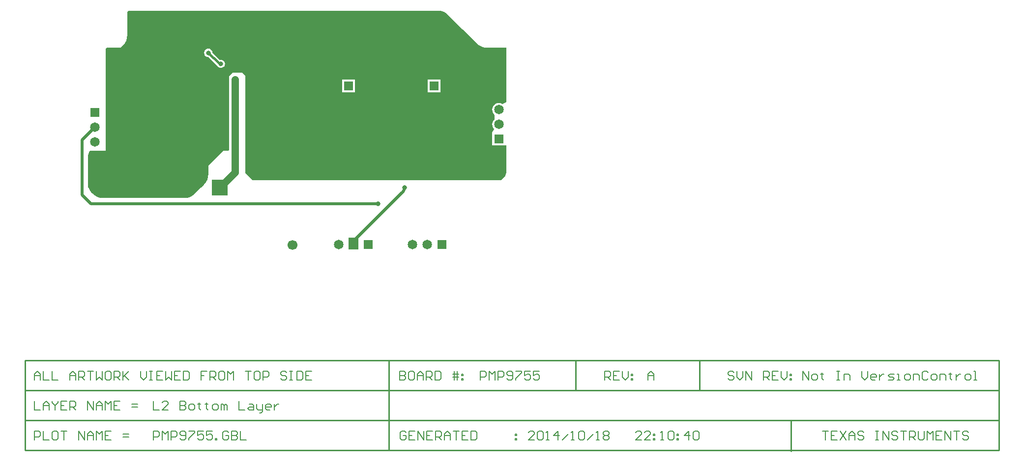
<source format=gbl>
%FSAX25Y25*%
%MOIN*%
G70*
G01*
G75*
G04 Layer_Physical_Order=2*
G04 Layer_Color=16711680*
%ADD10C,0.03000*%
%ADD11C,0.01500*%
%ADD12C,0.01400*%
%ADD13R,0.02362X0.01969*%
%ADD14R,0.03740X0.03937*%
%ADD15R,0.08858X0.07677*%
%ADD16R,0.11417X0.21260*%
%ADD17R,0.03602X0.04803*%
%ADD18R,0.03937X0.03740*%
%ADD19R,0.10512X0.10000*%
%ADD20R,0.03000X0.05000*%
%ADD21R,0.08000X0.14000*%
%ADD22R,0.05000X0.01500*%
%ADD23R,0.05118X0.13386*%
%ADD24R,0.02362X0.05906*%
%ADD25C,0.01000*%
%ADD26C,0.02000*%
%ADD27C,0.10000*%
%ADD28C,0.00800*%
%ADD29R,0.07000X0.06500*%
%ADD30R,0.08500X0.03500*%
%ADD31R,0.15500X0.02676*%
%ADD32R,0.07500X0.03500*%
%ADD33R,0.14500X0.18000*%
%ADD34R,0.11500X0.04500*%
%ADD35R,0.02500X0.06500*%
%ADD36R,0.08500X0.12500*%
%ADD37R,0.10000X0.12000*%
%ADD38R,0.10000X0.10000*%
%ADD39R,0.05498X0.06227*%
%ADD40R,0.14500X0.07000*%
%ADD41R,0.16000X0.12000*%
%ADD42R,0.08000X0.07000*%
%ADD43R,0.11000X0.02500*%
%ADD44R,0.11012X0.05619*%
%ADD45R,0.09000X0.09000*%
%ADD46R,0.23000X0.16000*%
%ADD47R,0.20000X0.15000*%
%ADD48R,0.14720X0.04998*%
%ADD49R,0.04720X0.04845*%
%ADD50R,0.22000X0.06000*%
%ADD51R,0.12000X0.05000*%
%ADD52R,0.09000X0.06000*%
%ADD53R,0.05000X0.04000*%
%ADD54R,0.04000X0.05000*%
%ADD55R,0.08000X0.06000*%
%ADD56R,0.05000X0.05850*%
%ADD57R,0.06000X0.06000*%
%ADD58R,0.11500X0.05000*%
%ADD59R,0.06000X0.04998*%
%ADD60R,0.04998X0.05000*%
%ADD61R,1.25500X0.05000*%
%ADD62R,0.57000X0.12000*%
%ADD63R,0.24500X0.17500*%
%ADD64R,0.21227X0.14000*%
%ADD65R,1.34000X0.16000*%
%ADD66R,0.24500X0.04000*%
%ADD67R,0.18000X0.04500*%
%ADD68R,0.72000X0.39000*%
%ADD69R,0.06500X0.08500*%
%ADD70R,0.11024X0.11024*%
%ADD71C,0.11024*%
%ADD72R,0.06496X0.06496*%
%ADD73C,0.06496*%
%ADD74C,0.06299*%
%ADD75R,0.06299X0.06299*%
%ADD76C,0.06693*%
%ADD77R,0.06496X0.06496*%
%ADD78C,0.04000*%
%ADD79C,0.03200*%
%ADD80C,0.05000*%
%ADD81R,0.07000X0.08000*%
%ADD82R,0.10404X0.02104*%
G36*
X0322018Y0338255D02*
X0323903Y0337684D01*
X0325641Y0336755D01*
X0327126Y0335536D01*
X0327129Y0335471D01*
Y0335471D01*
X0336700Y0325900D01*
X0346237Y0316295D01*
X0347760Y0315045D01*
X0349497Y0314117D01*
X0351382Y0313545D01*
X0353342Y0313352D01*
Y0313400D01*
X0366200D01*
X0366213Y0276551D01*
X0363523Y0275224D01*
X0363443Y0275285D01*
X0362361Y0275733D01*
X0361200Y0275886D01*
X0360039Y0275733D01*
X0358957Y0275285D01*
X0358028Y0274572D01*
X0357315Y0273643D01*
X0356867Y0272561D01*
X0356714Y0271400D01*
X0356867Y0270239D01*
X0357315Y0269157D01*
X0358028Y0268228D01*
X0358455Y0267900D01*
Y0264900D01*
X0358028Y0264572D01*
X0357315Y0263643D01*
X0356867Y0262561D01*
X0356714Y0261400D01*
X0356867Y0260239D01*
X0357315Y0259157D01*
X0358028Y0258228D01*
X0358028D01*
X0358028Y0258228D01*
X0356752Y0255848D01*
X0356752Y0255848D01*
D01*
D01*
D01*
X0356752Y0255728D01*
X0356752Y0255728D01*
X0356752Y0255728D01*
Y0246952D01*
X0364103D01*
X0364103Y0246952D01*
X0364103Y0246952D01*
X0365648Y0246952D01*
X0365656D01*
X0366224D01*
X0366231Y0228400D01*
X0366107Y0227455D01*
X0365742Y0226574D01*
X0365180Y0225842D01*
X0365139Y0225839D01*
X0365139D01*
X0362700Y0223400D01*
X0194200D01*
X0189200Y0228400D01*
Y0295400D01*
X0186200Y0298400D01*
X0181750Y0298425D01*
X0180721Y0297379D01*
X0180700Y0297363D01*
Y0296400D01*
X0178570Y0294270D01*
X0178537D01*
X0178537D01*
X0178270Y0293871D01*
X0178176Y0293400D01*
X0178200Y0244107D01*
X0177493Y0243400D01*
X0174200D01*
X0165261Y0234461D01*
X0165239Y0234483D01*
X0164658Y0233726D01*
X0164293Y0232845D01*
X0164169Y0231900D01*
X0164200Y0227542D01*
X0164200Y0227542D01*
X0164200D01*
X0164244Y0227494D01*
X0164055Y0225582D01*
X0163484Y0223697D01*
X0162555Y0221959D01*
X0161305Y0220437D01*
X0159200Y0218400D01*
X0155129Y0214329D01*
Y0214329D01*
X0155126Y0214264D01*
X0153640Y0213045D01*
X0151903Y0212117D01*
X0150018Y0211545D01*
X0148058Y0211352D01*
X0094200Y0211400D01*
X0092842D01*
Y0211400D01*
X0092794Y0211356D01*
X0090882Y0211545D01*
X0088997Y0212117D01*
X0087260Y0213045D01*
X0085737Y0214295D01*
X0084700Y0215400D01*
X0084700D01*
X0084656Y0215402D01*
X0083823Y0216416D01*
X0083189Y0217603D01*
X0082799Y0218890D01*
X0082667Y0220228D01*
X0082700Y0239900D01*
X0082700D01*
X0082664Y0239941D01*
X0082824Y0241160D01*
X0083311Y0242335D01*
X0084085Y0243344D01*
X0084200Y0243400D01*
X0094700D01*
Y0245400D01*
Y0312193D01*
X0094733D01*
X0094643Y0312647D01*
X0095280Y0313418D01*
X0098700Y0313400D01*
X0104700D01*
X0106271Y0314971D01*
X0106305Y0314937D01*
X0107555Y0316459D01*
X0108484Y0318197D01*
X0109055Y0320082D01*
X0109248Y0322042D01*
X0109202Y0337692D01*
X0109908Y0338400D01*
X0174200D01*
X0320058Y0338448D01*
X0322018Y0338255D01*
D02*
G37*
%LPC*%
G36*
X0263550Y0291907D02*
X0254850D01*
Y0283208D01*
X0263550D01*
Y0291907D01*
D02*
G37*
G36*
X0321550D02*
X0312850D01*
Y0283208D01*
X0321550D01*
Y0291907D01*
D02*
G37*
G36*
X0164200Y0312724D02*
X0163469Y0312628D01*
X0162788Y0312346D01*
X0162203Y0311897D01*
X0161754Y0311312D01*
X0161472Y0310631D01*
X0161376Y0309900D01*
X0161472Y0309169D01*
X0161754Y0308488D01*
X0162203Y0307903D01*
X0162788Y0307454D01*
X0163469Y0307172D01*
X0164200Y0307076D01*
X0164211Y0307077D01*
X0169744Y0301544D01*
X0170131Y0301286D01*
X0170254Y0300988D01*
X0170703Y0300403D01*
X0171288Y0299954D01*
X0171969Y0299672D01*
X0172700Y0299576D01*
X0173431Y0299672D01*
X0174112Y0299954D01*
X0174697Y0300403D01*
X0175146Y0300988D01*
X0175428Y0301669D01*
X0175524Y0302400D01*
X0175428Y0303131D01*
X0175146Y0303812D01*
X0174697Y0304397D01*
X0174112Y0304846D01*
X0173431Y0305128D01*
X0173431D01*
D01*
X0172700Y0305224D01*
X0171969Y0305128D01*
X0171838Y0305074D01*
X0167023Y0309889D01*
X0167024Y0309900D01*
X0166928Y0310631D01*
X0166646Y0311312D01*
X0166197Y0311897D01*
X0165612Y0312346D01*
X0164931Y0312628D01*
X0164200Y0312724D01*
D02*
G37*
%LPD*%
G54D11*
Y0309900D02*
X0171150Y0302950D01*
X0172700D01*
G54D25*
X0183700Y0300900D02*
X0193700Y0290900D01*
X0116200Y0302400D02*
X0152200D01*
X0162700Y0291900D01*
X0193700Y0265900D02*
X0200200Y0259400D01*
X0193700Y0265900D02*
Y0290900D01*
X0131515Y0219400D02*
X0132515Y0218400D01*
X0559400Y0039400D02*
Y0059683D01*
X0440500Y0040050D02*
X0700200D01*
Y0101050D01*
X0286500Y0040050D02*
Y0101050D01*
X0040000Y0040050D02*
Y0101050D01*
X0040050Y0040050D02*
X0197600D01*
X0040050D02*
Y0101050D01*
Y0101050D02*
X0700200D01*
X0040000Y0040050D02*
X0440500D01*
X0040000Y0060383D02*
X0700000D01*
X0040000Y0080717D02*
X0700200D01*
X0413200D02*
Y0101050D01*
X0497200Y0080717D02*
Y0101050D01*
G54D26*
X0295786Y0214986D02*
G03*
X0297200Y0218400I-0003414J0003414D01*
G01*
X0264114Y0183314D02*
G03*
X0262700Y0179900I0003414J-0003414D01*
G01*
X0264114Y0183314D02*
X0295786Y0214986D01*
X0084700Y0207400D02*
X0279200D01*
X0078700Y0213400D02*
X0084700Y0207400D01*
X0078700Y0250900D02*
X0087200Y0259400D01*
X0078700Y0213400D02*
Y0250900D01*
X0301700Y0178900D02*
X0302700Y0179900D01*
G54D28*
X0126900Y0073549D02*
Y0067551D01*
X0130899D01*
X0136897D02*
X0132898D01*
X0136897Y0071549D01*
Y0072549D01*
X0135897Y0073549D01*
X0133898D01*
X0132898Y0072549D01*
X0144894Y0073549D02*
Y0067551D01*
X0147893D01*
X0148893Y0068550D01*
Y0069550D01*
X0147893Y0070550D01*
X0144894D01*
X0147893D01*
X0148893Y0071549D01*
Y0072549D01*
X0147893Y0073549D01*
X0144894D01*
X0151892Y0067551D02*
X0153891D01*
X0154891Y0068550D01*
Y0070550D01*
X0153891Y0071549D01*
X0151892D01*
X0150892Y0070550D01*
Y0068550D01*
X0151892Y0067551D01*
X0157890Y0072549D02*
Y0071549D01*
X0156890D01*
X0158890D01*
X0157890D01*
Y0068550D01*
X0158890Y0067551D01*
X0162888Y0072549D02*
Y0071549D01*
X0161889D01*
X0163888D01*
X0162888D01*
Y0068550D01*
X0163888Y0067551D01*
X0167887D02*
X0169886D01*
X0170886Y0068550D01*
Y0070550D01*
X0169886Y0071549D01*
X0167887D01*
X0166887Y0070550D01*
Y0068550D01*
X0167887Y0067551D01*
X0172885D02*
Y0071549D01*
X0173885D01*
X0174884Y0070550D01*
Y0067551D01*
Y0070550D01*
X0175884Y0071549D01*
X0176884Y0070550D01*
Y0067551D01*
X0184881Y0073549D02*
Y0067551D01*
X0188880D01*
X0191879Y0071549D02*
X0193878D01*
X0194878Y0070550D01*
Y0067551D01*
X0191879D01*
X0190879Y0068550D01*
X0191879Y0069550D01*
X0194878D01*
X0196877Y0071549D02*
Y0068550D01*
X0197877Y0067551D01*
X0200876D01*
Y0066551D01*
X0199876Y0065551D01*
X0198877D01*
X0200876Y0067551D02*
Y0071549D01*
X0205874Y0067551D02*
X0203875D01*
X0202875Y0068550D01*
Y0070550D01*
X0203875Y0071549D01*
X0205874D01*
X0206874Y0070550D01*
Y0069550D01*
X0202875D01*
X0208874Y0071549D02*
Y0067551D01*
Y0069550D01*
X0209873Y0070550D01*
X0210873Y0071549D01*
X0211873D01*
X0580500Y0052965D02*
X0584499D01*
X0582499D01*
Y0046966D01*
X0590497Y0052965D02*
X0586498D01*
Y0046966D01*
X0590497D01*
X0586498Y0049966D02*
X0588497D01*
X0592496Y0052965D02*
X0596495Y0046966D01*
Y0052965D02*
X0592496Y0046966D01*
X0598494D02*
Y0050965D01*
X0600493Y0052965D01*
X0602493Y0050965D01*
Y0046966D01*
Y0049966D01*
X0598494D01*
X0608491Y0051965D02*
X0607491Y0052965D01*
X0605492D01*
X0604492Y0051965D01*
Y0050965D01*
X0605492Y0049966D01*
X0607491D01*
X0608491Y0048966D01*
Y0047966D01*
X0607491Y0046966D01*
X0605492D01*
X0604492Y0047966D01*
X0616488Y0052965D02*
X0618488D01*
X0617488D01*
Y0046966D01*
X0616488D01*
X0618488D01*
X0621487D02*
Y0052965D01*
X0625486Y0046966D01*
Y0052965D01*
X0631484Y0051965D02*
X0630484Y0052965D01*
X0628484D01*
X0627485Y0051965D01*
Y0050965D01*
X0628484Y0049966D01*
X0630484D01*
X0631484Y0048966D01*
Y0047966D01*
X0630484Y0046966D01*
X0628484D01*
X0627485Y0047966D01*
X0633483Y0052965D02*
X0637482D01*
X0635482D01*
Y0046966D01*
X0639481D02*
Y0052965D01*
X0642480D01*
X0643480Y0051965D01*
Y0049966D01*
X0642480Y0048966D01*
X0639481D01*
X0641480D02*
X0643480Y0046966D01*
X0645479Y0052965D02*
Y0047966D01*
X0646479Y0046966D01*
X0648478D01*
X0649478Y0047966D01*
Y0052965D01*
X0651477Y0046966D02*
Y0052965D01*
X0653476Y0050965D01*
X0655476Y0052965D01*
Y0046966D01*
X0661474Y0052965D02*
X0657475D01*
Y0046966D01*
X0661474D01*
X0657475Y0049966D02*
X0659474D01*
X0663473Y0046966D02*
Y0052965D01*
X0667472Y0046966D01*
Y0052965D01*
X0669471D02*
X0673470D01*
X0671471D01*
Y0046966D01*
X0679468Y0051965D02*
X0678468Y0052965D01*
X0676469D01*
X0675469Y0051965D01*
Y0050965D01*
X0676469Y0049966D01*
X0678468D01*
X0679468Y0048966D01*
Y0047966D01*
X0678468Y0046966D01*
X0676469D01*
X0675469Y0047966D01*
X0458049Y0046966D02*
X0454050D01*
X0458049Y0050965D01*
Y0051965D01*
X0457049Y0052965D01*
X0455050D01*
X0454050Y0051965D01*
X0464047Y0046966D02*
X0460048D01*
X0464047Y0050965D01*
Y0051965D01*
X0463047Y0052965D01*
X0461048D01*
X0460048Y0051965D01*
X0466046Y0050965D02*
X0467046D01*
Y0049966D01*
X0466046D01*
Y0050965D01*
Y0047966D02*
X0467046D01*
Y0046966D01*
X0466046D01*
Y0047966D01*
X0471044Y0046966D02*
X0473044D01*
X0472044D01*
Y0052965D01*
X0471044Y0051965D01*
X0476043D02*
X0477043Y0052965D01*
X0479042D01*
X0480042Y0051965D01*
Y0047966D01*
X0479042Y0046966D01*
X0477043D01*
X0476043Y0047966D01*
Y0051965D01*
X0482041Y0050965D02*
X0483041D01*
Y0049966D01*
X0482041D01*
Y0050965D01*
Y0047966D02*
X0483041D01*
Y0046966D01*
X0482041D01*
Y0047966D01*
X0490038Y0046966D02*
Y0052965D01*
X0487039Y0049966D01*
X0491038D01*
X0493037Y0051965D02*
X0494037Y0052965D01*
X0496036D01*
X0497036Y0051965D01*
Y0047966D01*
X0496036Y0046966D01*
X0494037D01*
X0493037Y0047966D01*
Y0051965D01*
X0046350Y0046966D02*
Y0052965D01*
X0049349D01*
X0050349Y0051965D01*
Y0049966D01*
X0049349Y0048966D01*
X0046350D01*
X0052348Y0052965D02*
Y0046966D01*
X0056347D01*
X0061345Y0052965D02*
X0059346D01*
X0058346Y0051965D01*
Y0047966D01*
X0059346Y0046966D01*
X0061345D01*
X0062345Y0047966D01*
Y0051965D01*
X0061345Y0052965D01*
X0064344D02*
X0068343D01*
X0066343D01*
Y0046966D01*
X0076340D02*
Y0052965D01*
X0080339Y0046966D01*
Y0052965D01*
X0082338Y0046966D02*
Y0050965D01*
X0084338Y0052965D01*
X0086337Y0050965D01*
Y0046966D01*
Y0049966D01*
X0082338D01*
X0088336Y0046966D02*
Y0052965D01*
X0090336Y0050965D01*
X0092335Y0052965D01*
Y0046966D01*
X0098333Y0052965D02*
X0094335D01*
Y0046966D01*
X0098333D01*
X0094335Y0049966D02*
X0096334D01*
X0106331Y0048966D02*
X0110329D01*
X0106331Y0050965D02*
X0110329D01*
X0046350Y0073549D02*
Y0067551D01*
X0050349D01*
X0052348D02*
Y0071549D01*
X0054347Y0073549D01*
X0056347Y0071549D01*
Y0067551D01*
Y0070550D01*
X0052348D01*
X0058346Y0073549D02*
Y0072549D01*
X0060346Y0070550D01*
X0062345Y0072549D01*
Y0073549D01*
X0060346Y0070550D02*
Y0067551D01*
X0068343Y0073549D02*
X0064344D01*
Y0067551D01*
X0068343D01*
X0064344Y0070550D02*
X0066343D01*
X0070342Y0067551D02*
Y0073549D01*
X0073341D01*
X0074341Y0072549D01*
Y0070550D01*
X0073341Y0069550D01*
X0070342D01*
X0072342D02*
X0074341Y0067551D01*
X0082338D02*
Y0073549D01*
X0086337Y0067551D01*
Y0073549D01*
X0088336Y0067551D02*
Y0071549D01*
X0090336Y0073549D01*
X0092335Y0071549D01*
Y0067551D01*
Y0070550D01*
X0088336D01*
X0094335Y0067551D02*
Y0073549D01*
X0096334Y0071549D01*
X0098333Y0073549D01*
Y0067551D01*
X0104331Y0073549D02*
X0100332D01*
Y0067551D01*
X0104331D01*
X0100332Y0070550D02*
X0102332D01*
X0112329Y0069550D02*
X0116327D01*
X0112329Y0071549D02*
X0116327D01*
X0294000Y0093831D02*
Y0087833D01*
X0296999D01*
X0297999Y0088833D01*
Y0089833D01*
X0296999Y0090832D01*
X0294000D01*
X0296999D01*
X0297999Y0091832D01*
Y0092832D01*
X0296999Y0093831D01*
X0294000D01*
X0302997D02*
X0300998D01*
X0299998Y0092832D01*
Y0088833D01*
X0300998Y0087833D01*
X0302997D01*
X0303997Y0088833D01*
Y0092832D01*
X0302997Y0093831D01*
X0305996Y0087833D02*
Y0091832D01*
X0307996Y0093831D01*
X0309995Y0091832D01*
Y0087833D01*
Y0090832D01*
X0305996D01*
X0311994Y0087833D02*
Y0093831D01*
X0314993D01*
X0315993Y0092832D01*
Y0090832D01*
X0314993Y0089833D01*
X0311994D01*
X0313994D02*
X0315993Y0087833D01*
X0317992Y0093831D02*
Y0087833D01*
X0320991D01*
X0321991Y0088833D01*
Y0092832D01*
X0320991Y0093831D01*
X0317992D01*
X0330988Y0087833D02*
Y0093831D01*
X0332987D02*
Y0087833D01*
X0329988Y0091832D02*
X0332987D01*
X0333987D01*
X0329988Y0089833D02*
X0333987D01*
X0335986Y0091832D02*
X0336986D01*
Y0090832D01*
X0335986D01*
Y0091832D01*
Y0088833D02*
X0336986D01*
Y0087833D01*
X0335986D01*
Y0088833D01*
X0348550Y0087833D02*
Y0093831D01*
X0351549D01*
X0352549Y0092832D01*
Y0090832D01*
X0351549Y0089833D01*
X0348550D01*
X0354548Y0087833D02*
Y0093831D01*
X0356547Y0091832D01*
X0358547Y0093831D01*
Y0087833D01*
X0360546D02*
Y0093831D01*
X0363545D01*
X0364545Y0092832D01*
Y0090832D01*
X0363545Y0089833D01*
X0360546D01*
X0366544Y0088833D02*
X0367544Y0087833D01*
X0369543D01*
X0370543Y0088833D01*
Y0092832D01*
X0369543Y0093831D01*
X0367544D01*
X0366544Y0092832D01*
Y0091832D01*
X0367544Y0090832D01*
X0370543D01*
X0372542Y0093831D02*
X0376541D01*
Y0092832D01*
X0372542Y0088833D01*
Y0087833D01*
X0382539Y0093831D02*
X0378540D01*
Y0090832D01*
X0380540Y0091832D01*
X0381539D01*
X0382539Y0090832D01*
Y0088833D01*
X0381539Y0087833D01*
X0379540D01*
X0378540Y0088833D01*
X0388537Y0093831D02*
X0384538D01*
Y0090832D01*
X0386538Y0091832D01*
X0387537D01*
X0388537Y0090832D01*
Y0088833D01*
X0387537Y0087833D01*
X0385538D01*
X0384538Y0088833D01*
X0462150Y0087833D02*
Y0091832D01*
X0464149Y0093831D01*
X0466149Y0091832D01*
Y0087833D01*
Y0090832D01*
X0462150D01*
X0046350Y0087833D02*
Y0091832D01*
X0048349Y0093831D01*
X0050349Y0091832D01*
Y0087833D01*
Y0090832D01*
X0046350D01*
X0052348Y0093831D02*
Y0087833D01*
X0056347D01*
X0058346Y0093831D02*
Y0087833D01*
X0062345D01*
X0070342D02*
Y0091832D01*
X0072342Y0093831D01*
X0074341Y0091832D01*
Y0087833D01*
Y0090832D01*
X0070342D01*
X0076340Y0087833D02*
Y0093831D01*
X0079339D01*
X0080339Y0092832D01*
Y0090832D01*
X0079339Y0089833D01*
X0076340D01*
X0078340D02*
X0080339Y0087833D01*
X0082338Y0093831D02*
X0086337D01*
X0084338D01*
Y0087833D01*
X0088336Y0093831D02*
Y0087833D01*
X0090336Y0089833D01*
X0092335Y0087833D01*
Y0093831D01*
X0097334D02*
X0095334D01*
X0094335Y0092832D01*
Y0088833D01*
X0095334Y0087833D01*
X0097334D01*
X0098333Y0088833D01*
Y0092832D01*
X0097334Y0093831D01*
X0100332Y0087833D02*
Y0093831D01*
X0103332D01*
X0104331Y0092832D01*
Y0090832D01*
X0103332Y0089833D01*
X0100332D01*
X0102332D02*
X0104331Y0087833D01*
X0106331Y0093831D02*
Y0087833D01*
Y0089833D01*
X0110329Y0093831D01*
X0107330Y0090832D01*
X0110329Y0087833D01*
X0118327Y0093831D02*
Y0089833D01*
X0120326Y0087833D01*
X0122325Y0089833D01*
Y0093831D01*
X0124325D02*
X0126324D01*
X0125324D01*
Y0087833D01*
X0124325D01*
X0126324D01*
X0133322Y0093831D02*
X0129323D01*
Y0087833D01*
X0133322D01*
X0129323Y0090832D02*
X0131323D01*
X0135321Y0093831D02*
Y0087833D01*
X0137321Y0089833D01*
X0139320Y0087833D01*
Y0093831D01*
X0145318D02*
X0141319D01*
Y0087833D01*
X0145318D01*
X0141319Y0090832D02*
X0143319D01*
X0147317Y0093831D02*
Y0087833D01*
X0150316D01*
X0151316Y0088833D01*
Y0092832D01*
X0150316Y0093831D01*
X0147317D01*
X0163312D02*
X0159313D01*
Y0090832D01*
X0161313D01*
X0159313D01*
Y0087833D01*
X0165312D02*
Y0093831D01*
X0168310D01*
X0169310Y0092832D01*
Y0090832D01*
X0168310Y0089833D01*
X0165312D01*
X0167311D02*
X0169310Y0087833D01*
X0174309Y0093831D02*
X0172309D01*
X0171310Y0092832D01*
Y0088833D01*
X0172309Y0087833D01*
X0174309D01*
X0175308Y0088833D01*
Y0092832D01*
X0174309Y0093831D01*
X0177308Y0087833D02*
Y0093831D01*
X0179307Y0091832D01*
X0181306Y0093831D01*
Y0087833D01*
X0189304Y0093831D02*
X0193303D01*
X0191303D01*
Y0087833D01*
X0198301Y0093831D02*
X0196301D01*
X0195302Y0092832D01*
Y0088833D01*
X0196301Y0087833D01*
X0198301D01*
X0199301Y0088833D01*
Y0092832D01*
X0198301Y0093831D01*
X0201300Y0087833D02*
Y0093831D01*
X0204299D01*
X0205299Y0092832D01*
Y0090832D01*
X0204299Y0089833D01*
X0201300D01*
X0217295Y0092832D02*
X0216295Y0093831D01*
X0214296D01*
X0213296Y0092832D01*
Y0091832D01*
X0214296Y0090832D01*
X0216295D01*
X0217295Y0089833D01*
Y0088833D01*
X0216295Y0087833D01*
X0214296D01*
X0213296Y0088833D01*
X0219294Y0093831D02*
X0221293D01*
X0220294D01*
Y0087833D01*
X0219294D01*
X0221293D01*
X0224292Y0093831D02*
Y0087833D01*
X0227291D01*
X0228291Y0088833D01*
Y0092832D01*
X0227291Y0093831D01*
X0224292D01*
X0234289D02*
X0230291D01*
Y0087833D01*
X0234289D01*
X0230291Y0090832D02*
X0232290D01*
X0298199Y0051965D02*
X0297199Y0052965D01*
X0295200D01*
X0294200Y0051965D01*
Y0047966D01*
X0295200Y0046966D01*
X0297199D01*
X0298199Y0047966D01*
Y0049966D01*
X0296199D01*
X0304197Y0052965D02*
X0300198D01*
Y0046966D01*
X0304197D01*
X0300198Y0049966D02*
X0302197D01*
X0306196Y0046966D02*
Y0052965D01*
X0310195Y0046966D01*
Y0052965D01*
X0316193D02*
X0312194D01*
Y0046966D01*
X0316193D01*
X0312194Y0049966D02*
X0314194D01*
X0318192Y0046966D02*
Y0052965D01*
X0321191D01*
X0322191Y0051965D01*
Y0049966D01*
X0321191Y0048966D01*
X0318192D01*
X0320192D02*
X0322191Y0046966D01*
X0324190D02*
Y0050965D01*
X0326190Y0052965D01*
X0328189Y0050965D01*
Y0046966D01*
Y0049966D01*
X0324190D01*
X0330188Y0052965D02*
X0334187D01*
X0332188D01*
Y0046966D01*
X0340185Y0052965D02*
X0336186D01*
Y0046966D01*
X0340185D01*
X0336186Y0049966D02*
X0338186D01*
X0342184Y0052965D02*
Y0046966D01*
X0345183D01*
X0346183Y0047966D01*
Y0051965D01*
X0345183Y0052965D01*
X0342184D01*
X0372175Y0050965D02*
X0373175D01*
Y0049966D01*
X0372175D01*
Y0050965D01*
Y0047966D02*
X0373175D01*
Y0046966D01*
X0372175D01*
Y0047966D01*
X0385149Y0046966D02*
X0381150D01*
X0385149Y0050965D01*
Y0051965D01*
X0384149Y0052965D01*
X0382150D01*
X0381150Y0051965D01*
X0387148D02*
X0388148Y0052965D01*
X0390147D01*
X0391147Y0051965D01*
Y0047966D01*
X0390147Y0046966D01*
X0388148D01*
X0387148Y0047966D01*
Y0051965D01*
X0393146Y0046966D02*
X0395146D01*
X0394146D01*
Y0052965D01*
X0393146Y0051965D01*
X0401144Y0046966D02*
Y0052965D01*
X0398145Y0049966D01*
X0402143D01*
X0404143Y0046966D02*
X0408141Y0050965D01*
X0410141Y0046966D02*
X0412140D01*
X0411140D01*
Y0052965D01*
X0410141Y0051965D01*
X0415139D02*
X0416139Y0052965D01*
X0418138D01*
X0419138Y0051965D01*
Y0047966D01*
X0418138Y0046966D01*
X0416139D01*
X0415139Y0047966D01*
Y0051965D01*
X0421137Y0046966D02*
X0425136Y0050965D01*
X0427135Y0046966D02*
X0429135D01*
X0428135D01*
Y0052965D01*
X0427135Y0051965D01*
X0432133D02*
X0433133Y0052965D01*
X0435133D01*
X0436132Y0051965D01*
Y0050965D01*
X0435133Y0049966D01*
X0436132Y0048966D01*
Y0047966D01*
X0435133Y0046966D01*
X0433133D01*
X0432133Y0047966D01*
Y0048966D01*
X0433133Y0049966D01*
X0432133Y0050965D01*
Y0051965D01*
X0433133Y0049966D02*
X0435133D01*
X0126900Y0046966D02*
Y0052965D01*
X0129899D01*
X0130899Y0051965D01*
Y0049966D01*
X0129899Y0048966D01*
X0126900D01*
X0132898Y0046966D02*
Y0052965D01*
X0134897Y0050965D01*
X0136897Y0052965D01*
Y0046966D01*
X0138896D02*
Y0052965D01*
X0141895D01*
X0142895Y0051965D01*
Y0049966D01*
X0141895Y0048966D01*
X0138896D01*
X0144894Y0047966D02*
X0145894Y0046966D01*
X0147893D01*
X0148893Y0047966D01*
Y0051965D01*
X0147893Y0052965D01*
X0145894D01*
X0144894Y0051965D01*
Y0050965D01*
X0145894Y0049966D01*
X0148893D01*
X0150892Y0052965D02*
X0154891D01*
Y0051965D01*
X0150892Y0047966D01*
Y0046966D01*
X0160889Y0052965D02*
X0156890D01*
Y0049966D01*
X0158890Y0050965D01*
X0159889D01*
X0160889Y0049966D01*
Y0047966D01*
X0159889Y0046966D01*
X0157890D01*
X0156890Y0047966D01*
X0166887Y0052965D02*
X0162888D01*
Y0049966D01*
X0164888Y0050965D01*
X0165887D01*
X0166887Y0049966D01*
Y0047966D01*
X0165887Y0046966D01*
X0163888D01*
X0162888Y0047966D01*
X0168886Y0046966D02*
Y0047966D01*
X0169886D01*
Y0046966D01*
X0168886D01*
X0177884Y0051965D02*
X0176884Y0052965D01*
X0174884D01*
X0173885Y0051965D01*
Y0047966D01*
X0174884Y0046966D01*
X0176884D01*
X0177884Y0047966D01*
Y0049966D01*
X0175884D01*
X0179883Y0052965D02*
Y0046966D01*
X0182882D01*
X0183882Y0047966D01*
Y0048966D01*
X0182882Y0049966D01*
X0179883D01*
X0182882D01*
X0183882Y0050965D01*
Y0051965D01*
X0182882Y0052965D01*
X0179883D01*
X0185881D02*
Y0046966D01*
X0189880D01*
X0433000Y0087833D02*
Y0093831D01*
X0435999D01*
X0436999Y0092832D01*
Y0090832D01*
X0435999Y0089833D01*
X0433000D01*
X0434999D02*
X0436999Y0087833D01*
X0442997Y0093831D02*
X0438998D01*
Y0087833D01*
X0442997D01*
X0438998Y0090832D02*
X0440997D01*
X0444996Y0093831D02*
Y0089833D01*
X0446995Y0087833D01*
X0448995Y0089833D01*
Y0093831D01*
X0450994Y0091832D02*
X0451994D01*
Y0090832D01*
X0450994D01*
Y0091832D01*
Y0088833D02*
X0451994D01*
Y0087833D01*
X0450994D01*
Y0088833D01*
X0520799Y0092832D02*
X0519799Y0093831D01*
X0517800D01*
X0516800Y0092832D01*
Y0091832D01*
X0517800Y0090832D01*
X0519799D01*
X0520799Y0089833D01*
Y0088833D01*
X0519799Y0087833D01*
X0517800D01*
X0516800Y0088833D01*
X0522798Y0093831D02*
Y0089833D01*
X0524797Y0087833D01*
X0526797Y0089833D01*
Y0093831D01*
X0528796Y0087833D02*
Y0093831D01*
X0532795Y0087833D01*
Y0093831D01*
X0540792Y0087833D02*
Y0093831D01*
X0543791D01*
X0544791Y0092832D01*
Y0090832D01*
X0543791Y0089833D01*
X0540792D01*
X0542792D02*
X0544791Y0087833D01*
X0550789Y0093831D02*
X0546790D01*
Y0087833D01*
X0550789D01*
X0546790Y0090832D02*
X0548790D01*
X0552788Y0093831D02*
Y0089833D01*
X0554788Y0087833D01*
X0556787Y0089833D01*
Y0093831D01*
X0558786Y0091832D02*
X0559786D01*
Y0090832D01*
X0558786D01*
Y0091832D01*
Y0088833D02*
X0559786D01*
Y0087833D01*
X0558786D01*
Y0088833D01*
X0567400Y0087833D02*
Y0093831D01*
X0571399Y0087833D01*
Y0093831D01*
X0574398Y0087833D02*
X0576397D01*
X0577397Y0088833D01*
Y0090832D01*
X0576397Y0091832D01*
X0574398D01*
X0573398Y0090832D01*
Y0088833D01*
X0574398Y0087833D01*
X0580396Y0092832D02*
Y0091832D01*
X0579396D01*
X0581395D01*
X0580396D01*
Y0088833D01*
X0581395Y0087833D01*
X0590393Y0093831D02*
X0592392D01*
X0591392D01*
Y0087833D01*
X0590393D01*
X0592392D01*
X0595391D02*
Y0091832D01*
X0598390D01*
X0599390Y0090832D01*
Y0087833D01*
X0607387Y0093831D02*
Y0089833D01*
X0609386Y0087833D01*
X0611386Y0089833D01*
Y0093831D01*
X0616384Y0087833D02*
X0614385D01*
X0613385Y0088833D01*
Y0090832D01*
X0614385Y0091832D01*
X0616384D01*
X0617384Y0090832D01*
Y0089833D01*
X0613385D01*
X0619383Y0091832D02*
Y0087833D01*
Y0089833D01*
X0620383Y0090832D01*
X0621383Y0091832D01*
X0622382D01*
X0625381Y0087833D02*
X0628380D01*
X0629380Y0088833D01*
X0628380Y0089833D01*
X0626381D01*
X0625381Y0090832D01*
X0626381Y0091832D01*
X0629380D01*
X0631379Y0087833D02*
X0633379D01*
X0632379D01*
Y0091832D01*
X0631379D01*
X0637377Y0087833D02*
X0639377D01*
X0640376Y0088833D01*
Y0090832D01*
X0639377Y0091832D01*
X0637377D01*
X0636378Y0090832D01*
Y0088833D01*
X0637377Y0087833D01*
X0642376D02*
Y0091832D01*
X0645375D01*
X0646374Y0090832D01*
Y0087833D01*
X0652373Y0092832D02*
X0651373Y0093831D01*
X0649373D01*
X0648374Y0092832D01*
Y0088833D01*
X0649373Y0087833D01*
X0651373D01*
X0652373Y0088833D01*
X0655372Y0087833D02*
X0657371D01*
X0658371Y0088833D01*
Y0090832D01*
X0657371Y0091832D01*
X0655372D01*
X0654372Y0090832D01*
Y0088833D01*
X0655372Y0087833D01*
X0660370D02*
Y0091832D01*
X0663369D01*
X0664369Y0090832D01*
Y0087833D01*
X0667368Y0092832D02*
Y0091832D01*
X0666368D01*
X0668367D01*
X0667368D01*
Y0088833D01*
X0668367Y0087833D01*
X0671366Y0091832D02*
Y0087833D01*
Y0089833D01*
X0672366Y0090832D01*
X0673366Y0091832D01*
X0674365D01*
X0678364Y0087833D02*
X0680364D01*
X0681363Y0088833D01*
Y0090832D01*
X0680364Y0091832D01*
X0678364D01*
X0677364Y0090832D01*
Y0088833D01*
X0678364Y0087833D01*
X0683362D02*
X0685362D01*
X0684362D01*
Y0093831D01*
X0683362D01*
G54D70*
X0171885Y0218400D02*
D03*
G54D71*
X0132515D02*
D03*
G54D72*
X0361200Y0251400D02*
D03*
X0087200Y0269400D02*
D03*
G54D73*
X0361200Y0261400D02*
D03*
Y0271400D02*
D03*
Y0281400D02*
D03*
Y0291400D02*
D03*
Y0301400D02*
D03*
X0087200Y0259400D02*
D03*
Y0249400D02*
D03*
Y0239400D02*
D03*
Y0229400D02*
D03*
Y0219400D02*
D03*
X0252700Y0179900D02*
D03*
X0262700D02*
D03*
X0302700D02*
D03*
X0312700D02*
D03*
G54D74*
X0259200Y0307242D02*
D03*
X0317200D02*
D03*
G54D75*
X0259200Y0287558D02*
D03*
X0317200D02*
D03*
G54D76*
X0221200Y0179400D02*
D03*
G54D77*
X0272700Y0179900D02*
D03*
X0322700D02*
D03*
G54D78*
X0162700Y0291900D02*
D03*
X0208200Y0254400D02*
D03*
X0200200D02*
D03*
Y0259400D02*
D03*
X0215200D02*
D03*
Y0254400D02*
D03*
X0208200Y0259400D02*
D03*
X0322200Y0258400D02*
D03*
X0329200Y0253400D02*
D03*
Y0258400D02*
D03*
X0314200D02*
D03*
Y0253400D02*
D03*
X0322200D02*
D03*
X0336200Y0258400D02*
D03*
Y0253400D02*
D03*
X0182200Y0291900D02*
D03*
Y0287400D02*
D03*
G54D79*
X0279200Y0207400D02*
D03*
X0114200Y0308400D02*
D03*
X0109200D02*
D03*
X0104200D02*
D03*
X0116200Y0302400D02*
D03*
X0297200Y0218400D02*
D03*
X0172700Y0302400D02*
D03*
X0164200Y0309900D02*
D03*
G54D80*
X0171885Y0218400D02*
X0182200Y0228715D01*
Y0287400D01*
Y0291900D01*
G54D81*
X0262700Y0180400D02*
D03*
G54D82*
X0184498Y0297452D02*
D03*
M02*

</source>
